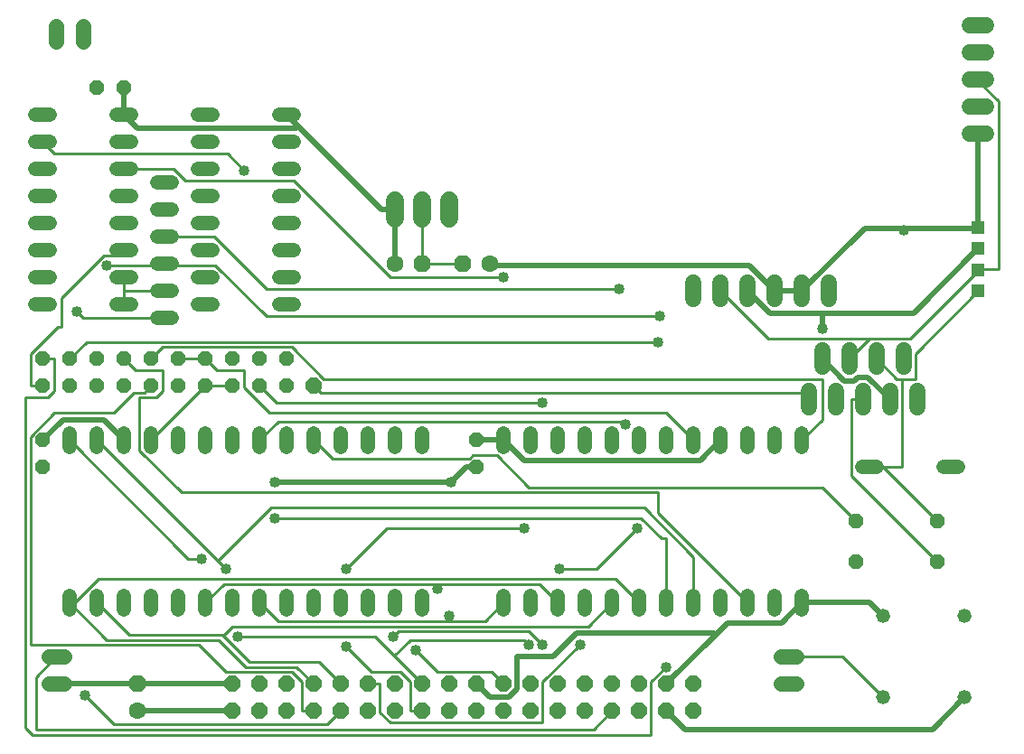
<source format=gtl>
G04 EAGLE Gerber RS-274X export*
G75*
%MOMM*%
%FSLAX34Y34*%
%LPD*%
%INTop Copper*%
%IPPOS*%
%AMOC8*
5,1,8,0,0,1.08239X$1,22.5*%
G01*
%ADD10P,1.429621X8X202.500000*%
%ADD11P,1.429621X8X292.500000*%
%ADD12C,1.320800*%
%ADD13P,1.732040X8X112.500000*%
%ADD14C,1.600200*%
%ADD15C,1.320800*%
%ADD16P,1.539592X8X22.500000*%
%ADD17C,1.422400*%
%ADD18C,1.524000*%
%ADD19R,1.308000X1.308000*%
%ADD20P,1.732040X8X22.500000*%
%ADD21P,1.732040X8X202.500000*%
%ADD22C,1.676400*%
%ADD23P,1.649562X8X202.500000*%
%ADD24P,1.429621X8X22.500000*%
%ADD25P,1.649562X8X22.500000*%
%ADD26C,0.508000*%
%ADD27C,1.016000*%
%ADD28C,0.254000*%


D10*
X101600Y622300D03*
X76200Y622300D03*
D11*
X25400Y292100D03*
X25400Y266700D03*
X431800Y292100D03*
X431800Y266700D03*
D12*
X889000Y127000D03*
X812800Y127000D03*
X812800Y50800D03*
X889000Y50800D03*
D13*
X114300Y63500D03*
D14*
X114300Y38100D03*
D15*
X50800Y133096D02*
X50800Y146304D01*
X76200Y146304D02*
X76200Y133096D01*
X101600Y133096D02*
X101600Y146304D01*
X127000Y146304D02*
X127000Y133096D01*
X152400Y133096D02*
X152400Y146304D01*
X177800Y146304D02*
X177800Y133096D01*
X203200Y133096D02*
X203200Y146304D01*
X228600Y146304D02*
X228600Y133096D01*
X254000Y133096D02*
X254000Y146304D01*
X279400Y146304D02*
X279400Y133096D01*
X304800Y133096D02*
X304800Y146304D01*
X330200Y146304D02*
X330200Y133096D01*
X355600Y133096D02*
X355600Y146304D01*
X381000Y146304D02*
X381000Y133096D01*
X381000Y285496D02*
X381000Y298704D01*
X355600Y298704D02*
X355600Y285496D01*
X330200Y285496D02*
X330200Y298704D01*
X304800Y298704D02*
X304800Y285496D01*
X279400Y285496D02*
X279400Y298704D01*
X254000Y298704D02*
X254000Y285496D01*
X228600Y285496D02*
X228600Y298704D01*
X203200Y298704D02*
X203200Y285496D01*
X177800Y285496D02*
X177800Y298704D01*
X152400Y298704D02*
X152400Y285496D01*
X127000Y285496D02*
X127000Y298704D01*
X101600Y298704D02*
X101600Y285496D01*
X76200Y285496D02*
X76200Y298704D01*
X50800Y298704D02*
X50800Y285496D01*
D16*
X25400Y342900D03*
X25400Y368300D03*
X50800Y342900D03*
X50800Y368300D03*
X76200Y342900D03*
X76200Y368300D03*
X101600Y342900D03*
X101600Y368300D03*
X127000Y342900D03*
X127000Y368300D03*
X152400Y342900D03*
X152400Y368300D03*
X177800Y342900D03*
X177800Y368300D03*
X203200Y342900D03*
X203200Y368300D03*
X228600Y342900D03*
X228600Y368300D03*
X254000Y342900D03*
X254000Y368300D03*
D15*
X32004Y596900D02*
X18796Y596900D01*
X18796Y571500D02*
X32004Y571500D01*
X32004Y444500D02*
X18796Y444500D01*
X18796Y419100D02*
X32004Y419100D01*
X32004Y546100D02*
X18796Y546100D01*
X18796Y520700D02*
X32004Y520700D01*
X32004Y469900D02*
X18796Y469900D01*
X18796Y495300D02*
X32004Y495300D01*
X94996Y419100D02*
X108204Y419100D01*
X108204Y444500D02*
X94996Y444500D01*
X94996Y469900D02*
X108204Y469900D01*
X108204Y495300D02*
X94996Y495300D01*
X94996Y520700D02*
X108204Y520700D01*
X108204Y546100D02*
X94996Y546100D01*
X94996Y571500D02*
X108204Y571500D01*
X108204Y596900D02*
X94996Y596900D01*
X133096Y533400D02*
X146304Y533400D01*
X146304Y508000D02*
X133096Y508000D01*
X133096Y482600D02*
X146304Y482600D01*
X146304Y457200D02*
X133096Y457200D01*
X133096Y431800D02*
X146304Y431800D01*
X146304Y406400D02*
X133096Y406400D01*
D17*
X716788Y63500D02*
X731012Y63500D01*
X731012Y88900D02*
X716788Y88900D01*
D15*
X457200Y133096D02*
X457200Y146304D01*
X482600Y146304D02*
X482600Y133096D01*
X508000Y133096D02*
X508000Y146304D01*
X533400Y146304D02*
X533400Y133096D01*
X558800Y133096D02*
X558800Y146304D01*
X584200Y146304D02*
X584200Y133096D01*
X609600Y133096D02*
X609600Y146304D01*
X635000Y146304D02*
X635000Y133096D01*
X660400Y133096D02*
X660400Y146304D01*
X685800Y146304D02*
X685800Y133096D01*
X711200Y133096D02*
X711200Y146304D01*
X736600Y146304D02*
X736600Y133096D01*
X736600Y285496D02*
X736600Y298704D01*
X711200Y298704D02*
X711200Y285496D01*
X685800Y285496D02*
X685800Y298704D01*
X660400Y298704D02*
X660400Y285496D01*
X635000Y285496D02*
X635000Y298704D01*
X609600Y298704D02*
X609600Y285496D01*
X584200Y285496D02*
X584200Y298704D01*
X558800Y298704D02*
X558800Y285496D01*
X533400Y285496D02*
X533400Y298704D01*
X508000Y298704D02*
X508000Y285496D01*
X482600Y285496D02*
X482600Y298704D01*
X457200Y298704D02*
X457200Y285496D01*
D17*
X45212Y88900D02*
X30988Y88900D01*
X30988Y63500D02*
X45212Y63500D01*
X38100Y665988D02*
X38100Y680212D01*
X63500Y680212D02*
X63500Y665988D01*
D18*
X635000Y439420D02*
X635000Y424180D01*
X660400Y424180D02*
X660400Y439420D01*
X685800Y439420D02*
X685800Y424180D01*
X711200Y424180D02*
X711200Y439420D01*
X736600Y439420D02*
X736600Y424180D01*
X762000Y424180D02*
X762000Y439420D01*
D19*
X901700Y431800D03*
X901700Y451866D03*
X901700Y471678D03*
X901700Y491744D03*
D18*
X909320Y579120D02*
X894080Y579120D01*
X894080Y604520D02*
X909320Y604520D01*
X909320Y629920D02*
X894080Y629920D01*
X894080Y655320D02*
X909320Y655320D01*
X909320Y680720D02*
X894080Y680720D01*
X844550Y337820D02*
X844550Y322580D01*
X819150Y322580D02*
X819150Y337820D01*
X793750Y337820D02*
X793750Y322580D01*
X768350Y322580D02*
X768350Y337820D01*
X742950Y337820D02*
X742950Y322580D01*
D20*
X381000Y457200D03*
D14*
X355600Y457200D03*
D21*
X419100Y457200D03*
D14*
X444500Y457200D03*
D22*
X355600Y499618D02*
X355600Y516382D01*
X381000Y516382D02*
X381000Y499618D01*
X406400Y499618D02*
X406400Y516382D01*
D23*
X635000Y63500D03*
X609600Y63500D03*
X584200Y63500D03*
X558800Y63500D03*
X533400Y63500D03*
X508000Y63500D03*
X635000Y38100D03*
X609600Y38100D03*
X584200Y38100D03*
X558800Y38100D03*
X533400Y38100D03*
X508000Y38100D03*
X482600Y63500D03*
X482600Y38100D03*
X457200Y63500D03*
X431800Y63500D03*
X406400Y63500D03*
X381000Y63500D03*
X355600Y63500D03*
X330200Y63500D03*
X457200Y38100D03*
X431800Y38100D03*
X406400Y38100D03*
X381000Y38100D03*
X355600Y38100D03*
X330200Y38100D03*
X304800Y63500D03*
X304800Y38100D03*
X279400Y63500D03*
X254000Y63500D03*
X228600Y63500D03*
X203200Y63500D03*
X279400Y38100D03*
X254000Y38100D03*
X228600Y38100D03*
X203200Y38100D03*
D24*
X787400Y215900D03*
X863600Y215900D03*
D15*
X869696Y266700D02*
X882904Y266700D01*
X806704Y266700D02*
X793496Y266700D01*
D24*
X787400Y177800D03*
X863600Y177800D03*
D15*
X184404Y596900D02*
X171196Y596900D01*
X171196Y571500D02*
X184404Y571500D01*
X184404Y444500D02*
X171196Y444500D01*
X171196Y419100D02*
X184404Y419100D01*
X184404Y546100D02*
X171196Y546100D01*
X171196Y520700D02*
X184404Y520700D01*
X184404Y469900D02*
X171196Y469900D01*
X171196Y495300D02*
X184404Y495300D01*
X247396Y419100D02*
X260604Y419100D01*
X260604Y444500D02*
X247396Y444500D01*
X247396Y469900D02*
X260604Y469900D01*
X260604Y495300D02*
X247396Y495300D01*
X247396Y520700D02*
X260604Y520700D01*
X260604Y546100D02*
X247396Y546100D01*
X247396Y571500D02*
X260604Y571500D01*
X260604Y596900D02*
X247396Y596900D01*
D18*
X831850Y375920D02*
X831850Y360680D01*
X806450Y360680D02*
X806450Y375920D01*
X781050Y375920D02*
X781050Y360680D01*
X755650Y360680D02*
X755650Y375920D01*
D25*
X279400Y342900D03*
D26*
X114300Y63500D02*
X38100Y63500D01*
X114300Y63500D02*
X203200Y63500D01*
X685800Y431800D02*
X706438Y411163D01*
X755650Y411163D02*
X841375Y411163D01*
X755650Y411163D02*
X706438Y411163D01*
X841375Y411163D02*
X901700Y471488D01*
X901700Y471678D01*
X422275Y266700D02*
X407988Y252413D01*
X422275Y266700D02*
X431800Y266700D01*
X798513Y350838D02*
X819150Y330200D01*
X798513Y350838D02*
X788988Y350838D01*
X785813Y347663D01*
X776288Y347663D01*
X755650Y368300D01*
X800100Y139700D02*
X812800Y127000D01*
X800100Y139700D02*
X736600Y139700D01*
X666750Y120650D02*
X655638Y109538D01*
X609600Y63500D01*
X666750Y120650D02*
X717550Y120650D01*
X736600Y139700D01*
X444500Y50800D02*
X431800Y63500D01*
X444500Y50800D02*
X461963Y50800D01*
X469900Y58738D01*
X469900Y88900D01*
X503238Y88900D01*
X525463Y111125D01*
X654050Y111125D01*
X655638Y109538D01*
X755650Y396875D02*
X755650Y411163D01*
X407988Y252413D02*
X242888Y252413D01*
D27*
X407988Y252413D03*
X755650Y396875D03*
X242888Y252413D03*
D28*
X189706Y178594D02*
X196850Y171450D01*
X189706Y178594D02*
X76200Y292100D01*
X635000Y182563D02*
X635000Y139700D01*
X635000Y182563D02*
X588963Y228600D01*
X239713Y228600D01*
X189706Y178594D01*
D27*
X196850Y171450D03*
D28*
X161925Y180975D02*
X50800Y292100D01*
X161925Y180975D02*
X174625Y180975D01*
X609600Y200025D02*
X609600Y139700D01*
X609600Y200025D02*
X604838Y200025D01*
X585788Y219075D01*
X242888Y219075D01*
D27*
X174625Y180975D03*
X242888Y219075D03*
D28*
X85725Y104775D02*
X50800Y139700D01*
X85725Y104775D02*
X190500Y104775D01*
X215900Y79375D01*
X263525Y79375D01*
X279400Y63500D01*
X561975Y161925D02*
X584200Y139700D01*
X561975Y161925D02*
X77788Y161925D01*
X53975Y138113D01*
X50800Y139700D01*
X76200Y139700D02*
X106363Y109538D01*
X193675Y109538D01*
X194469Y108744D02*
X219075Y84138D01*
X194469Y108744D02*
X193675Y109538D01*
X219075Y84138D02*
X284163Y84138D01*
X304800Y63500D01*
X536575Y117475D02*
X558800Y139700D01*
X536575Y117475D02*
X203200Y117475D01*
X194469Y108744D01*
X493713Y65088D02*
X528638Y100013D01*
X493713Y65088D02*
X493713Y26988D01*
X350838Y26988D01*
X341313Y36513D01*
X341313Y63500D01*
X330200Y63500D01*
D27*
X528638Y100013D03*
D28*
X195263Y157163D02*
X177800Y139700D01*
X395288Y157163D02*
X490538Y157163D01*
X395288Y157163D02*
X195263Y157163D01*
X490538Y157163D02*
X508000Y139700D01*
X395288Y152400D02*
X395288Y157163D01*
D27*
X395288Y152400D03*
D28*
X336550Y107950D02*
X207963Y107950D01*
X354806Y89694D02*
X381000Y63500D01*
X354806Y89694D02*
X336550Y107950D01*
X476250Y104775D02*
X481013Y100013D01*
X476250Y104775D02*
X369888Y104775D01*
X354806Y89694D01*
D27*
X207963Y107950D03*
X481013Y100013D03*
D28*
X246063Y122238D02*
X228600Y139700D01*
X406400Y122238D02*
X439738Y122238D01*
X406400Y122238D02*
X246063Y122238D01*
X439738Y122238D02*
X457200Y139700D01*
X406400Y127000D02*
X406400Y122238D01*
D27*
X406400Y127000D03*
D26*
X431800Y292100D02*
X457200Y292100D01*
X641350Y273050D02*
X660400Y292100D01*
X641350Y273050D02*
X476250Y273050D01*
X457200Y292100D01*
X101600Y596900D02*
X101600Y622300D01*
X265113Y585788D02*
X342900Y508000D01*
X265113Y585788D02*
X254000Y596900D01*
X342900Y508000D02*
X355600Y508000D01*
X355600Y457200D01*
X114300Y584200D02*
X101600Y596900D01*
X114300Y584200D02*
X263525Y584200D01*
X265113Y585788D01*
X44450Y311150D02*
X25400Y292100D01*
X44450Y311150D02*
X82550Y311150D01*
X101600Y292100D01*
X114300Y38100D02*
X203200Y38100D01*
X858838Y20638D02*
X889000Y50800D01*
X858838Y20638D02*
X627063Y20638D01*
X609600Y38100D01*
D28*
X92075Y25400D02*
X65088Y52388D01*
X92075Y25400D02*
X292100Y25400D01*
X304800Y38100D01*
D27*
X65088Y52388D03*
D28*
X120650Y336550D02*
X127000Y342900D01*
X120650Y336550D02*
X111125Y336550D01*
X92075Y317500D01*
X36513Y317500D01*
X14288Y295275D01*
X14288Y100013D01*
X171450Y100013D01*
X196850Y74613D01*
X258763Y74613D01*
X268288Y65088D01*
X268288Y38100D01*
X279400Y38100D01*
X354013Y107950D02*
X358775Y112713D01*
X481013Y112713D01*
X493713Y100013D01*
X544513Y171450D02*
X582613Y209550D01*
X544513Y171450D02*
X509588Y171450D01*
D27*
X354013Y107950D03*
X493713Y100013D03*
X582613Y209550D03*
X509588Y171450D03*
D28*
X333375Y74613D02*
X309563Y98425D01*
X333375Y74613D02*
X360363Y74613D01*
X369888Y65088D01*
X369888Y38100D01*
X381000Y38100D01*
D27*
X309563Y98425D03*
D28*
X228600Y292100D02*
X246063Y309563D01*
X568325Y309563D01*
X571500Y306388D01*
D27*
X571500Y306388D03*
D28*
X244475Y327025D02*
X228600Y342900D01*
X244475Y327025D02*
X493713Y327025D01*
D27*
X493713Y327025D03*
D28*
X374650Y95250D02*
X395288Y74613D01*
X446088Y74613D01*
X457200Y63500D01*
D27*
X374650Y95250D03*
D28*
X309563Y171450D02*
X347663Y209550D01*
X476250Y209550D01*
D27*
X309563Y171450D03*
X476250Y209550D03*
D28*
X177800Y342900D02*
X127000Y292100D01*
X177800Y342900D02*
X203200Y342900D01*
X63500Y406400D02*
X57150Y412750D01*
X63500Y406400D02*
X139700Y406400D01*
D27*
X57150Y412750D03*
D28*
X101600Y431800D02*
X101600Y444500D01*
X101600Y431800D02*
X101600Y419100D01*
X101600Y431800D02*
X139700Y431800D01*
X774700Y88900D02*
X812800Y50800D01*
X774700Y88900D02*
X723900Y88900D01*
X214313Y544513D02*
X198438Y560388D01*
X36513Y560388D01*
X25400Y571500D01*
D27*
X214313Y544513D03*
D28*
X101600Y469900D02*
X96838Y465138D01*
X82550Y465138D01*
X42863Y425450D01*
X42863Y398463D01*
X39688Y398463D01*
X14288Y373063D01*
X14288Y342900D01*
X25400Y342900D01*
X350838Y444500D02*
X457200Y444500D01*
X350838Y444500D02*
X260350Y534988D01*
X158750Y534988D01*
X147638Y546100D01*
X101600Y546100D01*
D27*
X457200Y444500D03*
D28*
X139700Y457200D02*
X138113Y455613D01*
X85725Y455613D01*
X234950Y407988D02*
X603250Y407988D01*
X234950Y407988D02*
X187325Y455613D01*
X139700Y455613D01*
X139700Y457200D01*
D27*
X85725Y455613D03*
X603250Y407988D03*
D28*
X565150Y433388D02*
X234950Y433388D01*
X185738Y482600D01*
X139700Y482600D01*
D27*
X565150Y433388D03*
D28*
X601663Y384175D02*
X66675Y384175D01*
X50800Y368300D01*
D27*
X601663Y384175D03*
D28*
X609600Y79375D02*
X595313Y65088D01*
X595313Y15875D01*
X15875Y15875D01*
X9525Y22225D01*
X9525Y331788D01*
X30163Y331788D01*
X36513Y338138D01*
X36513Y368300D01*
X25400Y368300D01*
D27*
X609600Y79375D03*
D28*
X685800Y139700D02*
X601663Y223838D01*
X601663Y242888D01*
X155575Y242888D01*
X115888Y282575D01*
X115888Y331788D01*
X131763Y331788D01*
X138113Y338138D01*
X138113Y357188D01*
X112713Y357188D01*
X101600Y368300D01*
X736600Y292100D02*
X755650Y311150D01*
X755650Y349250D01*
X288925Y349250D01*
X258763Y379413D01*
X138113Y379413D01*
X127000Y368300D01*
X609600Y317500D02*
X635000Y292100D01*
X609600Y317500D02*
X238125Y317500D01*
X214313Y341313D01*
X214313Y357188D01*
X188913Y357188D01*
X177800Y368300D01*
X152400Y368300D01*
X279400Y292100D02*
X296863Y274638D01*
X425450Y274638D01*
X428625Y277813D01*
X450850Y277813D01*
X481013Y247650D01*
X755650Y247650D01*
X787400Y215900D01*
X38100Y88900D02*
X19050Y69850D01*
X19050Y20638D01*
X541338Y20638D01*
X558800Y38100D01*
D26*
X711200Y431800D02*
X736600Y431800D01*
X901700Y491744D02*
X901700Y579120D01*
X795338Y490538D02*
X736600Y431800D01*
X831850Y490538D02*
X900113Y490538D01*
X831850Y490538D02*
X795338Y490538D01*
X900113Y490538D02*
X901700Y491744D01*
X446088Y455613D02*
X444500Y457200D01*
X446088Y455613D02*
X687388Y455613D01*
X711200Y431800D01*
X831850Y488950D02*
X831850Y490538D01*
D27*
X831850Y488950D03*
D28*
X901700Y431800D02*
X842963Y373063D01*
X842963Y349250D01*
X830263Y349250D02*
X825500Y349250D01*
X830263Y349250D02*
X842963Y349250D01*
X825500Y349250D02*
X806450Y368300D01*
X812800Y266700D02*
X813594Y265906D01*
X863600Y215900D01*
X812800Y266700D02*
X800100Y266700D01*
X830263Y266700D02*
X830263Y349250D01*
X830263Y266700D02*
X814388Y266700D01*
X813594Y265906D01*
X782638Y258763D02*
X863600Y177800D01*
X782638Y258763D02*
X782638Y330200D01*
X793750Y330200D01*
X838200Y387350D02*
X901700Y450850D01*
X838200Y387350D02*
X800100Y387350D01*
X799306Y386556D02*
X781050Y368300D01*
X799306Y386556D02*
X800100Y387350D01*
X901700Y450850D02*
X901700Y451866D01*
X704850Y387350D02*
X660400Y431800D01*
X704850Y387350D02*
X798513Y387350D01*
X799306Y386556D01*
X920750Y609600D02*
X901700Y628650D01*
X920750Y609600D02*
X920750Y452438D01*
X901700Y452438D01*
X901700Y628650D02*
X901700Y629920D01*
X901700Y452438D02*
X901700Y451866D01*
X419100Y457200D02*
X381000Y457200D01*
X381000Y508000D01*
X279400Y342900D02*
X285750Y336550D01*
X736600Y336550D01*
X742950Y330200D01*
M02*

</source>
